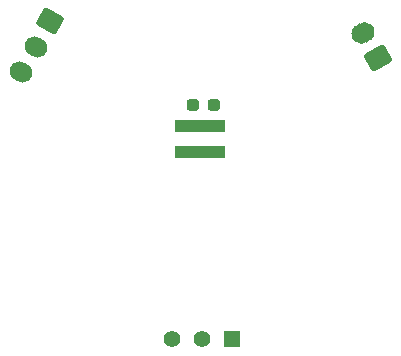
<source format=gbr>
%TF.GenerationSoftware,KiCad,Pcbnew,(6.0.8-1)-1*%
%TF.CreationDate,2022-11-30T21:47:03-05:00*%
%TF.ProjectId,Untitled,556e7469-746c-4656-942e-6b696361645f,rev?*%
%TF.SameCoordinates,Original*%
%TF.FileFunction,Soldermask,Top*%
%TF.FilePolarity,Negative*%
%FSLAX46Y46*%
G04 Gerber Fmt 4.6, Leading zero omitted, Abs format (unit mm)*
G04 Created by KiCad (PCBNEW (6.0.8-1)-1) date 2022-11-30 21:47:03*
%MOMM*%
%LPD*%
G01*
G04 APERTURE LIST*
G04 Aperture macros list*
%AMRoundRect*
0 Rectangle with rounded corners*
0 $1 Rounding radius*
0 $2 $3 $4 $5 $6 $7 $8 $9 X,Y pos of 4 corners*
0 Add a 4 corners polygon primitive as box body*
4,1,4,$2,$3,$4,$5,$6,$7,$8,$9,$2,$3,0*
0 Add four circle primitives for the rounded corners*
1,1,$1+$1,$2,$3*
1,1,$1+$1,$4,$5*
1,1,$1+$1,$6,$7*
1,1,$1+$1,$8,$9*
0 Add four rect primitives between the rounded corners*
20,1,$1+$1,$2,$3,$4,$5,0*
20,1,$1+$1,$4,$5,$6,$7,0*
20,1,$1+$1,$6,$7,$8,$9,0*
20,1,$1+$1,$8,$9,$2,$3,0*%
%AMHorizOval*
0 Thick line with rounded ends*
0 $1 width*
0 $2 $3 position (X,Y) of the first rounded end (center of the circle)*
0 $4 $5 position (X,Y) of the second rounded end (center of the circle)*
0 Add line between two ends*
20,1,$1,$2,$3,$4,$5,0*
0 Add two circle primitives to create the rounded ends*
1,1,$1,$2,$3*
1,1,$1,$4,$5*%
G04 Aperture macros list end*
%ADD10RoundRect,0.237500X-0.287500X-0.237500X0.287500X-0.237500X0.287500X0.237500X-0.287500X0.237500X0*%
%ADD11R,4.300000X1.100000*%
%ADD12RoundRect,0.250000X-0.327868X0.882115X-0.927868X-0.157115X0.327868X-0.882115X0.927868X0.157115X0*%
%ADD13HorizOval,1.700000X-0.108253X0.062500X0.108253X-0.062500X0*%
%ADD14R,1.397000X1.397000*%
%ADD15C,1.397000*%
%ADD16RoundRect,0.250000X0.949519X-0.144615X0.349519X0.894615X-0.949519X0.144615X-0.349519X-0.894615X0*%
%ADD17HorizOval,1.700000X0.129904X0.075000X-0.129904X-0.075000X0*%
G04 APERTURE END LIST*
D10*
%TO.C,REF\u002A\u002A*%
X102865000Y-55200000D03*
X104615000Y-55200000D03*
%TD*%
D11*
%TO.C,REF\u002A\u002A*%
X103490000Y-56910000D03*
X103490000Y-59110000D03*
%TD*%
D12*
%TO.C,REF\u002A\u002A*%
X90795337Y-48072437D03*
D13*
X89545337Y-50237501D03*
X88295337Y-52402564D03*
%TD*%
D14*
%TO.C,REF\u002A\u002A*%
X106187500Y-75000000D03*
D15*
X103647500Y-75000000D03*
X101107500Y-75000000D03*
%TD*%
D16*
%TO.C,REF\u002A\u002A*%
X118500000Y-51220032D03*
D17*
X117250000Y-49054968D03*
%TD*%
M02*

</source>
